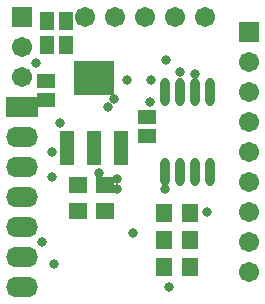
<source format=gbs>
G04 Layer_Color=16711935*
%FSLAX44Y44*%
%MOMM*%
G71*
G01*
G75*
%ADD32R,1.5032X1.2032*%
%ADD33R,1.7032X1.7032*%
%ADD34C,1.7032*%
%ADD35O,2.7032X1.7032*%
%ADD36R,2.7032X1.7032*%
%ADD37C,0.8032*%
%ADD38R,1.2032X2.9032*%
%ADD39R,3.5032X2.9032*%
%ADD40O,0.8032X2.4032*%
%ADD41R,1.4532X1.5032*%
%ADD42R,1.5032X1.4532*%
%ADD43R,1.2032X1.5032*%
D32*
X35560Y-69470D02*
D03*
Y-85470D02*
D03*
X120650Y-115950D02*
D03*
Y-99950D02*
D03*
D33*
X15240Y-15240D02*
D03*
X207010Y-27940D02*
D03*
D34*
X15240Y-40640D02*
D03*
Y-66040D02*
D03*
X207010Y-78740D02*
D03*
Y-104140D02*
D03*
Y-129540D02*
D03*
Y-154940D02*
D03*
Y-180340D02*
D03*
Y-205740D02*
D03*
Y-231140D02*
D03*
Y-53340D02*
D03*
X170180Y-15240D02*
D03*
X144780D02*
D03*
X119380D02*
D03*
X93980D02*
D03*
X68580D02*
D03*
D35*
X15240Y-142240D02*
D03*
Y-116840D02*
D03*
Y-167640D02*
D03*
Y-193040D02*
D03*
Y-218440D02*
D03*
Y-243840D02*
D03*
D36*
Y-91440D02*
D03*
D37*
X85090Y-77470D02*
D03*
X95250Y-161290D02*
D03*
X41910Y-224790D02*
D03*
X31750Y-205740D02*
D03*
X46990Y-105410D02*
D03*
X104140Y-68580D02*
D03*
X124460D02*
D03*
X137160Y-52070D02*
D03*
X135890Y-161290D02*
D03*
X87630Y-91440D02*
D03*
X92710Y-85090D02*
D03*
X95250Y-152400D02*
D03*
X123190Y-87630D02*
D03*
X80010Y-147320D02*
D03*
X40640Y-129540D02*
D03*
Y-151130D02*
D03*
X171450Y-180340D02*
D03*
X109220Y-198120D02*
D03*
X139700Y-243840D02*
D03*
X26670Y-54610D02*
D03*
X148590Y-62230D02*
D03*
X161290Y-63500D02*
D03*
D38*
X99200Y-126020D02*
D03*
X76200D02*
D03*
X53200D02*
D03*
D39*
X76200Y-67020D02*
D03*
D40*
X173990Y-147030D02*
D03*
X161290D02*
D03*
X148590D02*
D03*
X135890D02*
D03*
X173990Y-79030D02*
D03*
X161290D02*
D03*
X148590D02*
D03*
X135890D02*
D03*
D41*
X157050Y-227330D02*
D03*
X135050D02*
D03*
Y-204470D02*
D03*
X157050D02*
D03*
Y-181610D02*
D03*
X135050D02*
D03*
D42*
X62230Y-157910D02*
D03*
Y-179910D02*
D03*
X85090D02*
D03*
Y-157910D02*
D03*
D43*
X52450Y-39370D02*
D03*
X36450D02*
D03*
X52450Y-19050D02*
D03*
X36450D02*
D03*
M02*

</source>
